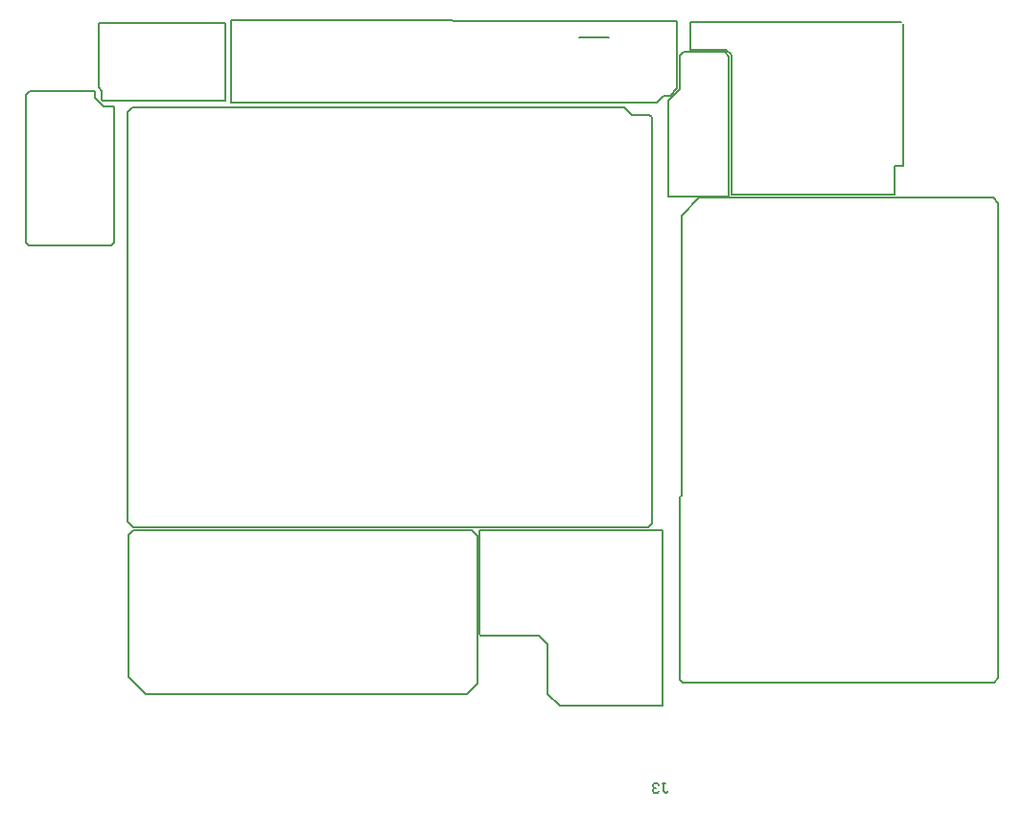
<source format=gbo>
G04*
G04 #@! TF.GenerationSoftware,Altium Limited,Altium Designer,20.2.7 (254)*
G04*
G04 Layer_Color=57008*
%FSLAX25Y25*%
%MOIN*%
G70*
G04*
G04 #@! TF.SameCoordinates,F02F79C3-03E1-47DE-868D-05DBDBA98D82*
G04*
G04*
G04 #@! TF.FilePolarity,Positive*
G04*
G01*
G75*
%ADD14C,0.00787*%
%ADD18C,0.00669*%
D14*
X89764Y139665D02*
X207480Y139665D01*
X209449Y137697D01*
Y86319D02*
Y137697D01*
X205807Y82677D02*
X209449Y86319D01*
X94291Y82677D02*
X205827D01*
X88189Y88779D02*
X94291Y82677D01*
X88189Y88779D02*
Y138091D01*
X89764Y139665D01*
X89695Y286811D02*
X260512D01*
X263268Y284055D01*
X269272D01*
X87776Y142796D02*
X90016Y140555D01*
X270154Y283172D02*
X270154Y141903D01*
X87776Y284891D02*
X87776Y142796D01*
X87776Y284891D02*
X89695Y286811D01*
X90016Y140555D02*
X268806Y140555D01*
X270154Y141903D01*
X269272Y284055D02*
X270154Y283172D01*
X273917Y78543D02*
Y139665D01*
X210236D02*
X273917D01*
X238189Y78543D02*
X273917D01*
X231004Y103051D02*
X233957Y100098D01*
X210236Y103543D02*
Y139665D01*
X210729Y103051D02*
X231004D01*
X210236Y103543D02*
X210729Y103051D01*
X233957Y82776D02*
Y100098D01*
Y82776D02*
X238189Y78543D01*
X283465Y316437D02*
X356890D01*
X357677Y266183D02*
Y315650D01*
X297835Y256299D02*
X354730D01*
X297835D02*
Y304823D01*
X296063Y306594D02*
X297835Y304823D01*
X283465Y306594D02*
X296063D01*
X283465D02*
Y316437D01*
X354730Y266183D02*
X357677D01*
X354730Y256299D02*
Y266183D01*
X77854Y293504D02*
Y315936D01*
X79158Y288976D02*
X121850D01*
X77854Y315936D02*
X121850Y316089D01*
Y288952D02*
Y316089D01*
X77854Y293504D02*
X78937Y292421D01*
Y289173D02*
Y292421D01*
Y289173D02*
X79158Y288976D01*
X297047Y255610D02*
Y304429D01*
X275787Y255610D02*
X297047D01*
X275787D02*
Y288780D01*
X279921Y292914D02*
Y304528D01*
X281299Y305906D01*
X295571D01*
X297047Y304429D01*
X275886Y288878D02*
X279921Y292914D01*
X279984Y151154D02*
X280518Y151688D01*
X279984Y87655D02*
Y151154D01*
Y87655D02*
X280943Y86696D01*
X389148D01*
X280518Y151688D02*
Y249129D01*
X286719Y255330D02*
X388786D01*
X280518Y249129D02*
X286719Y255330D01*
X388786D02*
X390656Y253460D01*
X389148Y86696D02*
X390656Y88204D01*
Y253460D01*
X123819Y288386D02*
X272047D01*
X274410Y290748D01*
X276476D01*
X279035Y293307D01*
X244980Y310925D02*
X255315D01*
X123819Y316928D02*
X279035Y316635D01*
X123819Y288386D02*
Y316928D01*
X279035Y293307D02*
Y316635D01*
X53884Y292416D02*
X76476D01*
Y290059D02*
X79429Y287106D01*
X83366Y239567D02*
Y287106D01*
X82383Y238584D02*
X83366Y239567D01*
X53445Y238584D02*
X82383D01*
X52461Y239568D02*
X53445Y238584D01*
X52461Y239568D02*
Y290992D01*
X53884Y292416D01*
X76476Y290059D02*
Y292416D01*
X79429Y287106D02*
X83366D01*
D18*
X273766Y51614D02*
X274842D01*
X274304D01*
Y48924D01*
X274842Y48386D01*
X275380D01*
X275918Y48924D01*
X272691Y51076D02*
X272153Y51614D01*
X271077D01*
X270539Y51076D01*
Y50538D01*
X271077Y50000D01*
X271615D01*
X271077D01*
X270539Y49462D01*
Y48924D01*
X271077Y48386D01*
X272153D01*
X272691Y48924D01*
M02*

</source>
